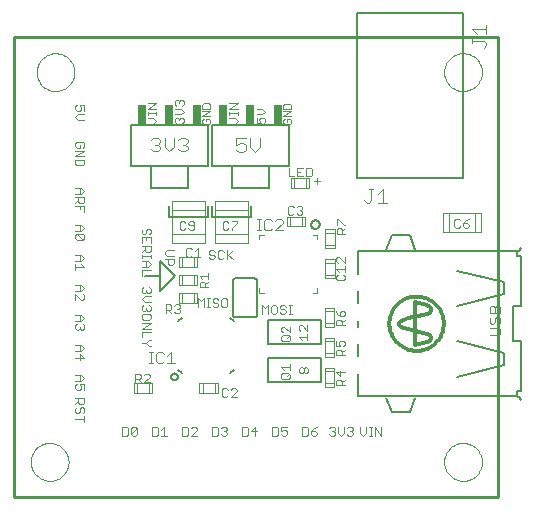
<source format=gto>
G75*
%MOIN*%
%OFA0B0*%
%FSLAX24Y24*%
%IPPOS*%
%LPD*%
%AMOC8*
5,1,8,0,0,1.08239X$1,22.5*
%
%ADD10C,0.0100*%
%ADD11C,0.0030*%
%ADD12C,0.0020*%
%ADD13C,0.0000*%
%ADD14C,0.0040*%
%ADD15C,0.0080*%
%ADD16C,0.0120*%
%ADD17R,0.0079X0.0039*%
%ADD18C,0.0050*%
%ADD19C,0.0060*%
%ADD20C,0.0070*%
%ADD21R,0.0280X0.0689*%
D10*
X000574Y000574D02*
X016715Y000574D01*
X016715Y015928D01*
X000574Y015928D01*
X000574Y000574D01*
X000574Y015928D01*
X016715Y015928D01*
X016715Y000574D01*
X000574Y000574D01*
D11*
X002616Y003188D02*
X002907Y003188D01*
X002907Y003285D02*
X002907Y003091D01*
X002858Y003386D02*
X002907Y003434D01*
X002907Y003531D01*
X002858Y003579D01*
X002810Y003579D01*
X002761Y003531D01*
X002761Y003434D01*
X002713Y003386D01*
X002665Y003386D01*
X002616Y003434D01*
X002616Y003531D01*
X002665Y003579D01*
X002616Y003681D02*
X002713Y003777D01*
X002713Y003729D02*
X002713Y003874D01*
X002616Y003874D02*
X002907Y003874D01*
X002907Y003729D01*
X002858Y003681D01*
X002761Y003681D01*
X002713Y003729D01*
X002665Y004166D02*
X002616Y004214D01*
X002616Y004311D01*
X002665Y004359D01*
X002761Y004359D02*
X002810Y004263D01*
X002810Y004214D01*
X002761Y004166D01*
X002665Y004166D01*
X002761Y004359D02*
X002907Y004359D01*
X002907Y004166D01*
X002810Y004461D02*
X002616Y004461D01*
X002761Y004461D02*
X002761Y004654D01*
X002810Y004654D02*
X002907Y004557D01*
X002810Y004461D01*
X002810Y004654D02*
X002616Y004654D01*
X002761Y005166D02*
X002761Y005359D01*
X002907Y005214D01*
X002616Y005214D01*
X002616Y005461D02*
X002810Y005461D01*
X002907Y005557D01*
X002810Y005654D01*
X002616Y005654D01*
X002761Y005654D02*
X002761Y005461D01*
X002713Y006166D02*
X002665Y006166D01*
X002616Y006214D01*
X002616Y006311D01*
X002665Y006359D01*
X002616Y006461D02*
X002810Y006461D01*
X002907Y006557D01*
X002810Y006654D01*
X002616Y006654D01*
X002761Y006654D02*
X002761Y006461D01*
X002858Y006359D02*
X002907Y006311D01*
X002907Y006214D01*
X002858Y006166D01*
X002810Y006166D01*
X002761Y006214D01*
X002713Y006166D01*
X002761Y006214D02*
X002761Y006263D01*
X002810Y007166D02*
X002858Y007166D01*
X002907Y007214D01*
X002907Y007311D01*
X002858Y007359D01*
X002810Y007461D02*
X002616Y007461D01*
X002616Y007359D02*
X002810Y007166D01*
X002616Y007166D02*
X002616Y007359D01*
X002761Y007461D02*
X002761Y007654D01*
X002810Y007654D02*
X002907Y007557D01*
X002810Y007461D01*
X002810Y007654D02*
X002616Y007654D01*
X002616Y008166D02*
X002616Y008359D01*
X002616Y008263D02*
X002907Y008263D01*
X002810Y008359D01*
X002810Y008461D02*
X002616Y008461D01*
X002761Y008461D02*
X002761Y008654D01*
X002810Y008654D02*
X002907Y008557D01*
X002810Y008461D01*
X002810Y008654D02*
X002616Y008654D01*
X002665Y009166D02*
X002616Y009214D01*
X002616Y009311D01*
X002665Y009359D01*
X002858Y009166D01*
X002665Y009166D01*
X002858Y009166D02*
X002907Y009214D01*
X002907Y009311D01*
X002858Y009359D01*
X002665Y009359D01*
X002616Y009461D02*
X002810Y009461D01*
X002907Y009557D01*
X002810Y009654D01*
X002616Y009654D01*
X002761Y009654D02*
X002761Y009461D01*
X002907Y010091D02*
X002907Y010285D01*
X002616Y010285D01*
X002616Y010386D02*
X002713Y010483D01*
X002713Y010434D02*
X002713Y010579D01*
X002616Y010579D02*
X002907Y010579D01*
X002907Y010434D01*
X002858Y010386D01*
X002761Y010386D01*
X002713Y010434D01*
X002761Y010285D02*
X002761Y010188D01*
X002761Y010681D02*
X002761Y010874D01*
X002810Y010874D02*
X002907Y010777D01*
X002810Y010681D01*
X002616Y010681D01*
X002616Y010874D02*
X002810Y010874D01*
X002858Y011641D02*
X002665Y011641D01*
X002616Y011690D01*
X002616Y011835D01*
X002907Y011835D01*
X002907Y011690D01*
X002858Y011641D01*
X002907Y011936D02*
X002616Y011936D01*
X002907Y012129D01*
X002616Y012129D01*
X002665Y012231D02*
X002761Y012231D01*
X002761Y012327D01*
X002665Y012231D02*
X002616Y012279D01*
X002616Y012376D01*
X002665Y012424D01*
X002858Y012424D01*
X002907Y012376D01*
X002907Y012279D01*
X002858Y012231D01*
X002907Y013166D02*
X002713Y013166D01*
X002616Y013263D01*
X002713Y013359D01*
X002907Y013359D01*
X002907Y013461D02*
X002907Y013654D01*
X002761Y013654D01*
X002810Y013557D01*
X002810Y013509D01*
X002761Y013461D01*
X002665Y013461D01*
X002616Y013509D01*
X002616Y013606D01*
X002665Y013654D01*
X005021Y013716D02*
X005312Y013716D01*
X005021Y013523D01*
X005312Y013523D01*
X005312Y013423D02*
X005312Y013326D01*
X005312Y013375D02*
X005021Y013375D01*
X005021Y013423D02*
X005021Y013326D01*
X005021Y013225D02*
X005215Y013225D01*
X005312Y013128D01*
X005215Y013032D01*
X005021Y013032D01*
X005932Y013090D02*
X005932Y013187D01*
X005980Y013235D01*
X006029Y013235D01*
X006077Y013187D01*
X006125Y013235D01*
X006174Y013235D01*
X006222Y013187D01*
X006222Y013090D01*
X006174Y013042D01*
X006077Y013138D02*
X006077Y013187D01*
X006125Y013336D02*
X005932Y013336D01*
X005932Y013530D02*
X006125Y013530D01*
X006222Y013433D01*
X006125Y013336D01*
X006174Y013631D02*
X006222Y013679D01*
X006222Y013776D01*
X006174Y013824D01*
X006125Y013824D01*
X006077Y013776D01*
X006077Y013728D01*
X006077Y013776D02*
X006029Y013824D01*
X005980Y013824D01*
X005932Y013776D01*
X005932Y013679D01*
X005980Y013631D01*
X005932Y013090D02*
X005980Y013042D01*
X007731Y013032D02*
X007925Y013032D01*
X008022Y013128D01*
X007925Y013225D01*
X007731Y013225D01*
X007731Y013326D02*
X007731Y013423D01*
X007731Y013375D02*
X008022Y013375D01*
X008022Y013423D02*
X008022Y013326D01*
X008022Y013523D02*
X007731Y013523D01*
X008022Y013716D01*
X007731Y013716D01*
X008651Y013530D02*
X008845Y013530D01*
X008942Y013433D01*
X008845Y013336D01*
X008651Y013336D01*
X008651Y013235D02*
X008651Y013042D01*
X008796Y013042D01*
X008748Y013138D01*
X008748Y013187D01*
X008796Y013235D01*
X008893Y013235D01*
X008942Y013187D01*
X008942Y013090D01*
X008893Y013042D01*
X009717Y011565D02*
X009717Y011275D01*
X009910Y011275D01*
X010011Y011275D02*
X010205Y011275D01*
X010306Y011275D02*
X010451Y011275D01*
X010499Y011323D01*
X010499Y011517D01*
X010451Y011565D01*
X010306Y011565D01*
X010306Y011275D01*
X010108Y011420D02*
X010011Y011420D01*
X010011Y011565D02*
X010011Y011275D01*
X010011Y011565D02*
X010205Y011565D01*
X010655Y011203D02*
X010655Y011009D01*
X010558Y011106D02*
X010752Y011106D01*
X010132Y010287D02*
X010035Y010287D01*
X009987Y010239D01*
X009886Y010239D02*
X009837Y010287D01*
X009741Y010287D01*
X009692Y010239D01*
X009692Y010046D01*
X009741Y009997D01*
X009837Y009997D01*
X009886Y010046D01*
X009987Y010046D02*
X010035Y009997D01*
X010132Y009997D01*
X010180Y010046D01*
X010180Y010094D01*
X010132Y010142D01*
X010084Y010142D01*
X010132Y010142D02*
X010180Y010191D01*
X010180Y010239D01*
X010132Y010287D01*
X009528Y009781D02*
X009528Y009719D01*
X009281Y009472D01*
X009528Y009472D01*
X009528Y009781D02*
X009466Y009843D01*
X009343Y009843D01*
X009281Y009781D01*
X009160Y009781D02*
X009098Y009843D01*
X008974Y009843D01*
X008913Y009781D01*
X008913Y009534D01*
X008974Y009472D01*
X009098Y009472D01*
X009160Y009534D01*
X008791Y009472D02*
X008667Y009472D01*
X008729Y009472D02*
X008729Y009843D01*
X008667Y009843D02*
X008791Y009843D01*
X008010Y009782D02*
X008010Y009734D01*
X007817Y009541D01*
X007817Y009492D01*
X007716Y009541D02*
X007667Y009492D01*
X007571Y009492D01*
X007522Y009541D01*
X007522Y009734D01*
X007571Y009782D01*
X007667Y009782D01*
X007716Y009734D01*
X007817Y009782D02*
X008010Y009782D01*
X007850Y008812D02*
X007657Y008619D01*
X007705Y008667D02*
X007850Y008522D01*
X007657Y008522D02*
X007657Y008812D01*
X007555Y008764D02*
X007507Y008812D01*
X007410Y008812D01*
X007362Y008764D01*
X007362Y008571D01*
X007410Y008522D01*
X007507Y008522D01*
X007555Y008571D01*
X007261Y008571D02*
X007261Y008619D01*
X007212Y008667D01*
X007116Y008667D01*
X007067Y008716D01*
X007067Y008764D01*
X007116Y008812D01*
X007212Y008812D01*
X007261Y008764D01*
X007261Y008571D02*
X007212Y008522D01*
X007116Y008522D01*
X007067Y008571D01*
X006780Y008597D02*
X006587Y008597D01*
X006684Y008597D02*
X006684Y008887D01*
X006587Y008791D01*
X006486Y008839D02*
X006437Y008887D01*
X006341Y008887D01*
X006292Y008839D01*
X006292Y008646D01*
X006341Y008597D01*
X006437Y008597D01*
X006486Y008646D01*
X005894Y008621D02*
X005652Y008621D01*
X005604Y008669D01*
X005604Y008766D01*
X005652Y008814D01*
X005894Y008814D01*
X005894Y008519D02*
X005604Y008519D01*
X005701Y008519D02*
X005701Y008374D01*
X005749Y008326D01*
X005846Y008326D01*
X005894Y008374D01*
X005894Y008519D01*
X005124Y008553D02*
X005124Y008650D01*
X005124Y008602D02*
X004834Y008602D01*
X004834Y008650D02*
X004834Y008553D01*
X004834Y008454D02*
X005028Y008454D01*
X005124Y008357D01*
X005028Y008260D01*
X004834Y008260D01*
X004834Y008159D02*
X004834Y007966D01*
X004834Y008159D02*
X005124Y008159D01*
X004979Y008260D02*
X004979Y008454D01*
X004979Y008751D02*
X004931Y008800D01*
X004931Y008945D01*
X004834Y008945D02*
X005124Y008945D01*
X005124Y008800D01*
X005076Y008751D01*
X004979Y008751D01*
X004931Y008848D02*
X004834Y008751D01*
X004834Y009046D02*
X004834Y009239D01*
X005124Y009239D01*
X005124Y009046D01*
X004979Y009143D02*
X004979Y009239D01*
X004931Y009341D02*
X004882Y009341D01*
X004834Y009389D01*
X004834Y009486D01*
X004882Y009534D01*
X004979Y009486D02*
X004979Y009389D01*
X004931Y009341D01*
X005076Y009341D02*
X005124Y009389D01*
X005124Y009486D01*
X005076Y009534D01*
X005028Y009534D01*
X004979Y009486D01*
X006087Y009541D02*
X006136Y009492D01*
X006232Y009492D01*
X006281Y009541D01*
X006382Y009541D02*
X006430Y009492D01*
X006527Y009492D01*
X006575Y009541D01*
X006575Y009734D01*
X006527Y009782D01*
X006430Y009782D01*
X006382Y009734D01*
X006382Y009686D01*
X006430Y009637D01*
X006575Y009637D01*
X006281Y009734D02*
X006232Y009782D01*
X006136Y009782D01*
X006087Y009734D01*
X006087Y009541D01*
X006752Y007964D02*
X007042Y007964D01*
X007042Y008060D02*
X007042Y007867D01*
X007042Y007766D02*
X006945Y007669D01*
X006945Y007717D02*
X006945Y007572D01*
X007042Y007572D02*
X006752Y007572D01*
X006752Y007717D01*
X006800Y007766D01*
X006897Y007766D01*
X006945Y007717D01*
X006849Y007867D02*
X006752Y007964D01*
X006692Y007207D02*
X006789Y007111D01*
X006886Y007207D01*
X006886Y006917D01*
X006987Y006917D02*
X007084Y006917D01*
X007035Y006917D02*
X007035Y007207D01*
X006987Y007207D02*
X007084Y007207D01*
X007183Y007159D02*
X007183Y007111D01*
X007232Y007062D01*
X007328Y007062D01*
X007377Y007014D01*
X007377Y006966D01*
X007328Y006917D01*
X007232Y006917D01*
X007183Y006966D01*
X007183Y007159D02*
X007232Y007207D01*
X007328Y007207D01*
X007377Y007159D01*
X007478Y007159D02*
X007478Y006966D01*
X007526Y006917D01*
X007623Y006917D01*
X007671Y006966D01*
X007671Y007159D01*
X007623Y007207D01*
X007526Y007207D01*
X007478Y007159D01*
X006692Y007207D02*
X006692Y006917D01*
X006105Y006906D02*
X006057Y006857D01*
X006105Y006809D01*
X006105Y006761D01*
X006057Y006712D01*
X005960Y006712D01*
X005912Y006761D01*
X005811Y006712D02*
X005714Y006809D01*
X005762Y006809D02*
X005617Y006809D01*
X005617Y006712D02*
X005617Y007002D01*
X005762Y007002D01*
X005811Y006954D01*
X005811Y006857D01*
X005762Y006809D01*
X005912Y006954D02*
X005960Y007002D01*
X006057Y007002D01*
X006105Y006954D01*
X006105Y006906D01*
X006057Y006857D02*
X006009Y006857D01*
X005124Y006835D02*
X005076Y006787D01*
X005028Y006787D01*
X004979Y006835D01*
X004931Y006787D01*
X004882Y006787D01*
X004834Y006835D01*
X004834Y006932D01*
X004882Y006980D01*
X004931Y007082D02*
X004834Y007178D01*
X004931Y007275D01*
X005124Y007275D01*
X005076Y007376D02*
X005028Y007376D01*
X004979Y007425D01*
X004931Y007376D01*
X004882Y007376D01*
X004834Y007425D01*
X004834Y007521D01*
X004882Y007570D01*
X004979Y007473D02*
X004979Y007425D01*
X005076Y007376D02*
X005124Y007425D01*
X005124Y007521D01*
X005076Y007570D01*
X005124Y007082D02*
X004931Y007082D01*
X005076Y006980D02*
X005124Y006932D01*
X005124Y006835D01*
X004979Y006835D02*
X004979Y006884D01*
X004882Y006686D02*
X004834Y006637D01*
X004834Y006541D01*
X004882Y006492D01*
X005076Y006492D01*
X005124Y006541D01*
X005124Y006637D01*
X005076Y006686D01*
X004882Y006686D01*
X004834Y006391D02*
X005124Y006391D01*
X004834Y006198D01*
X005124Y006198D01*
X005124Y006096D02*
X004834Y006096D01*
X004834Y005903D01*
X004834Y005705D02*
X004979Y005705D01*
X005076Y005608D01*
X005124Y005608D01*
X004979Y005705D02*
X005076Y005802D01*
X005124Y005802D01*
X005129Y005418D02*
X005129Y005047D01*
X005067Y005047D02*
X005191Y005047D01*
X005313Y005109D02*
X005374Y005047D01*
X005498Y005047D01*
X005560Y005109D01*
X005681Y005047D02*
X005928Y005047D01*
X005805Y005047D02*
X005805Y005418D01*
X005681Y005294D01*
X005560Y005356D02*
X005498Y005418D01*
X005374Y005418D01*
X005313Y005356D01*
X005313Y005109D01*
X005191Y005418D02*
X005067Y005418D01*
X005042Y004697D02*
X004945Y004697D01*
X004897Y004649D01*
X004796Y004649D02*
X004796Y004552D01*
X004747Y004504D01*
X004602Y004504D01*
X004602Y004407D02*
X004602Y004697D01*
X004747Y004697D01*
X004796Y004649D01*
X004699Y004504D02*
X004796Y004407D01*
X004897Y004407D02*
X005090Y004601D01*
X005090Y004649D01*
X005042Y004697D01*
X005090Y004407D02*
X004897Y004407D01*
X005174Y002918D02*
X005319Y002918D01*
X005368Y002870D01*
X005368Y002676D01*
X005319Y002628D01*
X005174Y002628D01*
X005174Y002918D01*
X005469Y002822D02*
X005565Y002918D01*
X005565Y002628D01*
X005469Y002628D02*
X005662Y002628D01*
X006174Y002628D02*
X006319Y002628D01*
X006368Y002676D01*
X006368Y002870D01*
X006319Y002918D01*
X006174Y002918D01*
X006174Y002628D01*
X006469Y002628D02*
X006662Y002822D01*
X006662Y002870D01*
X006614Y002918D01*
X006517Y002918D01*
X006469Y002870D01*
X006469Y002628D02*
X006662Y002628D01*
X007174Y002628D02*
X007174Y002918D01*
X007319Y002918D01*
X007368Y002870D01*
X007368Y002676D01*
X007319Y002628D01*
X007174Y002628D01*
X007469Y002676D02*
X007517Y002628D01*
X007614Y002628D01*
X007662Y002676D01*
X007662Y002725D01*
X007614Y002773D01*
X007565Y002773D01*
X007614Y002773D02*
X007662Y002822D01*
X007662Y002870D01*
X007614Y002918D01*
X007517Y002918D01*
X007469Y002870D01*
X008174Y002918D02*
X008174Y002628D01*
X008319Y002628D01*
X008368Y002676D01*
X008368Y002870D01*
X008319Y002918D01*
X008174Y002918D01*
X008469Y002773D02*
X008662Y002773D01*
X008614Y002628D02*
X008614Y002918D01*
X008469Y002773D01*
X009174Y002628D02*
X009319Y002628D01*
X009368Y002676D01*
X009368Y002870D01*
X009319Y002918D01*
X009174Y002918D01*
X009174Y002628D01*
X009469Y002676D02*
X009517Y002628D01*
X009614Y002628D01*
X009662Y002676D01*
X009662Y002773D01*
X009614Y002822D01*
X009565Y002822D01*
X009469Y002773D01*
X009469Y002918D01*
X009662Y002918D01*
X010174Y002918D02*
X010174Y002628D01*
X010319Y002628D01*
X010368Y002676D01*
X010368Y002870D01*
X010319Y002918D01*
X010174Y002918D01*
X010469Y002773D02*
X010469Y002676D01*
X010517Y002628D01*
X010614Y002628D01*
X010662Y002676D01*
X010662Y002725D01*
X010614Y002773D01*
X010469Y002773D01*
X010565Y002870D01*
X010662Y002918D01*
X011074Y002870D02*
X011122Y002918D01*
X011219Y002918D01*
X011268Y002870D01*
X011268Y002822D01*
X011219Y002773D01*
X011268Y002725D01*
X011268Y002676D01*
X011219Y002628D01*
X011122Y002628D01*
X011074Y002676D01*
X011171Y002773D02*
X011219Y002773D01*
X011369Y002725D02*
X011465Y002628D01*
X011562Y002725D01*
X011562Y002918D01*
X011663Y002870D02*
X011712Y002918D01*
X011808Y002918D01*
X011857Y002870D01*
X011857Y002822D01*
X011808Y002773D01*
X011857Y002725D01*
X011857Y002676D01*
X011808Y002628D01*
X011712Y002628D01*
X011663Y002676D01*
X011760Y002773D02*
X011808Y002773D01*
X012113Y002725D02*
X012210Y002628D01*
X012307Y002725D01*
X012307Y002918D01*
X012408Y002918D02*
X012505Y002918D01*
X012456Y002918D02*
X012456Y002628D01*
X012408Y002628D02*
X012505Y002628D01*
X012605Y002628D02*
X012605Y002918D01*
X012798Y002628D01*
X012798Y002918D01*
X012113Y002918D02*
X012113Y002725D01*
X011369Y002725D02*
X011369Y002918D01*
X011297Y004307D02*
X011297Y004452D01*
X011345Y004501D01*
X011442Y004501D01*
X011490Y004452D01*
X011490Y004307D01*
X011490Y004404D02*
X011587Y004501D01*
X011442Y004602D02*
X011442Y004795D01*
X011297Y004747D02*
X011442Y004602D01*
X011587Y004747D02*
X011297Y004747D01*
X011297Y004307D02*
X011587Y004307D01*
X011587Y005307D02*
X011297Y005307D01*
X011297Y005452D01*
X011345Y005501D01*
X011442Y005501D01*
X011490Y005452D01*
X011490Y005307D01*
X011490Y005404D02*
X011587Y005501D01*
X011539Y005602D02*
X011587Y005650D01*
X011587Y005747D01*
X011539Y005795D01*
X011442Y005795D01*
X011394Y005747D01*
X011394Y005699D01*
X011442Y005602D01*
X011297Y005602D01*
X011297Y005795D01*
X011297Y006307D02*
X011297Y006452D01*
X011345Y006501D01*
X011442Y006501D01*
X011490Y006452D01*
X011490Y006307D01*
X011490Y006404D02*
X011587Y006501D01*
X011539Y006602D02*
X011442Y006602D01*
X011442Y006747D01*
X011490Y006795D01*
X011539Y006795D01*
X011587Y006747D01*
X011587Y006650D01*
X011539Y006602D01*
X011442Y006602D02*
X011345Y006699D01*
X011297Y006795D01*
X011297Y006307D02*
X011587Y006307D01*
X010347Y006320D02*
X010347Y006127D01*
X010154Y006320D01*
X010105Y006320D01*
X010057Y006272D01*
X010057Y006175D01*
X010105Y006127D01*
X010057Y005929D02*
X010347Y005929D01*
X010347Y005832D02*
X010347Y006026D01*
X010154Y005832D02*
X010057Y005929D01*
X009767Y005922D02*
X009767Y005826D01*
X009719Y005777D01*
X009525Y005777D01*
X009477Y005826D01*
X009477Y005922D01*
X009525Y005971D01*
X009719Y005971D01*
X009767Y005922D01*
X009767Y005971D02*
X009670Y005874D01*
X009767Y006072D02*
X009574Y006265D01*
X009525Y006265D01*
X009477Y006217D01*
X009477Y006120D01*
X009525Y006072D01*
X009767Y006072D02*
X009767Y006265D01*
X009775Y006692D02*
X009775Y006982D01*
X009823Y006982D02*
X009726Y006982D01*
X009625Y006934D02*
X009577Y006982D01*
X009480Y006982D01*
X009432Y006934D01*
X009432Y006886D01*
X009480Y006837D01*
X009577Y006837D01*
X009625Y006789D01*
X009625Y006741D01*
X009577Y006692D01*
X009480Y006692D01*
X009432Y006741D01*
X009330Y006741D02*
X009282Y006692D01*
X009185Y006692D01*
X009137Y006741D01*
X009137Y006934D01*
X009185Y006982D01*
X009282Y006982D01*
X009330Y006934D01*
X009330Y006741D01*
X009036Y006692D02*
X009036Y006982D01*
X008939Y006886D01*
X008842Y006982D01*
X008842Y006692D01*
X009726Y006692D02*
X009823Y006692D01*
X011307Y007851D02*
X011307Y007947D01*
X011355Y007996D01*
X011404Y008097D02*
X011307Y008194D01*
X011597Y008194D01*
X011597Y008290D02*
X011597Y008097D01*
X011549Y007996D02*
X011597Y007947D01*
X011597Y007851D01*
X011549Y007802D01*
X011355Y007802D01*
X011307Y007851D01*
X011355Y008392D02*
X011307Y008440D01*
X011307Y008537D01*
X011355Y008585D01*
X011404Y008585D01*
X011597Y008392D01*
X011597Y008585D01*
X011607Y009352D02*
X011317Y009352D01*
X011317Y009497D01*
X011365Y009546D01*
X011462Y009546D01*
X011510Y009497D01*
X011510Y009352D01*
X011510Y009449D02*
X011607Y009546D01*
X011607Y009647D02*
X011559Y009647D01*
X011365Y009840D01*
X011317Y009840D01*
X011317Y009647D01*
X015242Y009611D02*
X015291Y009562D01*
X015387Y009562D01*
X015436Y009611D01*
X015537Y009611D02*
X015585Y009562D01*
X015682Y009562D01*
X015730Y009611D01*
X015730Y009659D01*
X015682Y009707D01*
X015537Y009707D01*
X015537Y009611D01*
X015537Y009707D02*
X015634Y009804D01*
X015730Y009852D01*
X015436Y009804D02*
X015387Y009852D01*
X015291Y009852D01*
X015242Y009804D01*
X015242Y009611D01*
X010314Y004911D02*
X010362Y004862D01*
X010362Y004766D01*
X010314Y004717D01*
X010265Y004717D01*
X010217Y004766D01*
X010217Y004862D01*
X010265Y004911D01*
X010314Y004911D01*
X010217Y004862D02*
X010169Y004911D01*
X010120Y004911D01*
X010072Y004862D01*
X010072Y004766D01*
X010120Y004717D01*
X010169Y004717D01*
X010217Y004766D01*
X009752Y004812D02*
X009752Y005005D01*
X009752Y004909D02*
X009462Y004909D01*
X009559Y004812D01*
X009510Y004711D02*
X009704Y004711D01*
X009752Y004662D01*
X009752Y004566D01*
X009704Y004517D01*
X009510Y004517D01*
X009462Y004566D01*
X009462Y004662D01*
X009510Y004711D01*
X009655Y004614D02*
X009752Y004711D01*
X007985Y004164D02*
X007937Y004212D01*
X007840Y004212D01*
X007792Y004164D01*
X007691Y004164D02*
X007642Y004212D01*
X007546Y004212D01*
X007497Y004164D01*
X007497Y003971D01*
X007546Y003922D01*
X007642Y003922D01*
X007691Y003971D01*
X007792Y003922D02*
X007985Y004116D01*
X007985Y004164D01*
X007985Y003922D02*
X007792Y003922D01*
X004662Y002870D02*
X004662Y002676D01*
X004614Y002628D01*
X004517Y002628D01*
X004469Y002676D01*
X004662Y002870D01*
X004614Y002918D01*
X004517Y002918D01*
X004469Y002870D01*
X004469Y002676D01*
X004368Y002676D02*
X004368Y002870D01*
X004319Y002918D01*
X004174Y002918D01*
X004174Y002628D01*
X004319Y002628D01*
X004368Y002676D01*
D12*
X006885Y013025D02*
X007055Y013025D01*
X007098Y013068D01*
X007098Y013153D01*
X007055Y013196D01*
X006970Y013196D01*
X006970Y013111D01*
X006885Y013196D02*
X006842Y013153D01*
X006842Y013068D01*
X006885Y013025D01*
X006842Y013279D02*
X007098Y013450D01*
X006842Y013450D01*
X006842Y013533D02*
X006842Y013661D01*
X006885Y013703D01*
X007055Y013703D01*
X007098Y013661D01*
X007098Y013533D01*
X006842Y013533D01*
X006842Y013279D02*
X007098Y013279D01*
X009549Y013269D02*
X009804Y013440D01*
X009549Y013440D01*
X009549Y013523D02*
X009549Y013651D01*
X009591Y013693D01*
X009762Y013693D01*
X009804Y013651D01*
X009804Y013523D01*
X009549Y013523D01*
X009549Y013269D02*
X009804Y013269D01*
X009762Y013186D02*
X009676Y013186D01*
X009676Y013101D01*
X009591Y013186D02*
X009549Y013143D01*
X009549Y013058D01*
X009591Y013015D01*
X009762Y013015D01*
X009804Y013058D01*
X009804Y013143D01*
X009762Y013186D01*
D13*
X009784Y011213D02*
X009784Y010898D01*
X009902Y010898D01*
X009902Y011213D01*
X009784Y011213D01*
X009902Y011213D02*
X010296Y011213D01*
X010296Y010898D01*
X010414Y010898D01*
X010414Y011213D01*
X010296Y011213D01*
X010296Y010898D02*
X009902Y010898D01*
X009770Y009925D02*
X009652Y009925D01*
X009652Y009610D01*
X009770Y009610D01*
X009770Y009925D01*
X010164Y009925D01*
X010164Y009610D01*
X010282Y009610D01*
X010282Y009925D01*
X010164Y009925D01*
X010164Y009610D02*
X009770Y009610D01*
X010945Y009502D02*
X010945Y009384D01*
X011260Y009384D01*
X011260Y009502D01*
X010945Y009502D01*
X010945Y009384D02*
X010945Y008990D01*
X011260Y008990D01*
X011260Y009384D01*
X011260Y008990D02*
X011260Y008872D01*
X010945Y008872D01*
X010945Y008990D01*
X010945Y008502D02*
X011260Y008502D01*
X011260Y008384D01*
X010945Y008384D01*
X010945Y007990D01*
X011260Y007990D01*
X011260Y008384D01*
X010945Y008384D02*
X010945Y008502D01*
X010945Y007990D02*
X010945Y007872D01*
X011260Y007872D01*
X011260Y007990D01*
X011240Y006892D02*
X010925Y006892D01*
X010925Y006774D01*
X011240Y006774D01*
X011240Y006892D01*
X011240Y006774D02*
X011240Y006380D01*
X010925Y006380D01*
X010925Y006262D01*
X011240Y006262D01*
X011240Y006380D01*
X010925Y006380D02*
X010925Y006774D01*
X010925Y005892D02*
X011240Y005892D01*
X011240Y005774D01*
X010925Y005774D01*
X010925Y005380D01*
X011240Y005380D01*
X011240Y005774D01*
X010925Y005774D02*
X010925Y005892D01*
X010925Y005380D02*
X010925Y005262D01*
X011240Y005262D01*
X011240Y005380D01*
X011240Y004892D02*
X010925Y004892D01*
X010925Y004774D01*
X011240Y004774D01*
X011240Y004892D01*
X011240Y004774D02*
X011240Y004380D01*
X010925Y004380D01*
X010925Y004262D01*
X011240Y004262D01*
X011240Y004380D01*
X010925Y004380D02*
X010925Y004774D01*
X007372Y004370D02*
X007372Y004055D01*
X007254Y004055D01*
X007254Y004370D01*
X006860Y004370D01*
X006860Y004055D01*
X007254Y004055D01*
X007254Y004370D02*
X007372Y004370D01*
X006860Y004370D02*
X006742Y004370D01*
X006742Y004055D01*
X006860Y004055D01*
X005182Y004055D02*
X005182Y004370D01*
X005064Y004370D01*
X005064Y004055D01*
X005182Y004055D01*
X005064Y004055D02*
X004670Y004055D01*
X004670Y004370D01*
X004552Y004370D01*
X004552Y004055D01*
X004670Y004055D01*
X004670Y004370D02*
X005064Y004370D01*
X006052Y007065D02*
X006170Y007065D01*
X006170Y007380D01*
X006052Y007380D01*
X006052Y007065D01*
X006170Y007065D02*
X006564Y007065D01*
X006564Y007380D01*
X006170Y007380D01*
X006170Y007665D02*
X006052Y007665D01*
X006052Y007980D01*
X006170Y007980D01*
X006170Y007665D01*
X006564Y007665D01*
X006564Y007980D01*
X006170Y007980D01*
X006170Y008265D02*
X006052Y008265D01*
X006052Y008580D01*
X006170Y008580D01*
X006170Y008265D01*
X006564Y008265D01*
X006564Y008580D01*
X006170Y008580D01*
X006564Y008580D02*
X006682Y008580D01*
X006682Y008265D01*
X006564Y008265D01*
X006564Y007980D02*
X006682Y007980D01*
X006682Y007665D01*
X006564Y007665D01*
X006564Y007380D02*
X006682Y007380D01*
X006682Y007065D01*
X006564Y007065D01*
X006930Y009066D02*
X005827Y009066D01*
X005827Y009342D01*
X006930Y009342D01*
X006930Y010168D01*
X005827Y010168D01*
X005827Y009342D01*
X005827Y010168D02*
X005827Y010444D01*
X006930Y010444D01*
X006930Y010168D01*
X007261Y010167D02*
X008364Y010167D01*
X008364Y010443D01*
X007261Y010443D01*
X007261Y010167D01*
X007261Y009340D01*
X008364Y009340D01*
X008364Y010167D01*
X008364Y009340D02*
X008364Y009065D01*
X007261Y009065D01*
X007261Y009340D01*
X006930Y009342D02*
X006930Y009066D01*
X001322Y014747D02*
X001324Y014797D01*
X001330Y014847D01*
X001340Y014896D01*
X001354Y014944D01*
X001371Y014991D01*
X001392Y015036D01*
X001417Y015080D01*
X001445Y015121D01*
X001477Y015160D01*
X001511Y015197D01*
X001548Y015231D01*
X001588Y015261D01*
X001630Y015288D01*
X001674Y015312D01*
X001720Y015333D01*
X001767Y015349D01*
X001815Y015362D01*
X001865Y015371D01*
X001914Y015376D01*
X001965Y015377D01*
X002015Y015374D01*
X002064Y015367D01*
X002113Y015356D01*
X002161Y015341D01*
X002207Y015323D01*
X002252Y015301D01*
X002295Y015275D01*
X002336Y015246D01*
X002375Y015214D01*
X002411Y015179D01*
X002443Y015141D01*
X002473Y015101D01*
X002500Y015058D01*
X002523Y015014D01*
X002542Y014968D01*
X002558Y014920D01*
X002570Y014871D01*
X002578Y014822D01*
X002582Y014772D01*
X002582Y014722D01*
X002578Y014672D01*
X002570Y014623D01*
X002558Y014574D01*
X002542Y014526D01*
X002523Y014480D01*
X002500Y014436D01*
X002473Y014393D01*
X002443Y014353D01*
X002411Y014315D01*
X002375Y014280D01*
X002336Y014248D01*
X002295Y014219D01*
X002252Y014193D01*
X002207Y014171D01*
X002161Y014153D01*
X002113Y014138D01*
X002064Y014127D01*
X002015Y014120D01*
X001965Y014117D01*
X001914Y014118D01*
X001865Y014123D01*
X001815Y014132D01*
X001767Y014145D01*
X001720Y014161D01*
X001674Y014182D01*
X001630Y014206D01*
X001588Y014233D01*
X001548Y014263D01*
X001511Y014297D01*
X001477Y014334D01*
X001445Y014373D01*
X001417Y014414D01*
X001392Y014458D01*
X001371Y014503D01*
X001354Y014550D01*
X001340Y014598D01*
X001330Y014647D01*
X001324Y014697D01*
X001322Y014747D01*
X014872Y010048D02*
X014872Y009418D01*
X015069Y009418D01*
X015069Y010048D01*
X014872Y010048D01*
X015069Y010048D02*
X015935Y010048D01*
X015935Y009418D01*
X016132Y009418D01*
X016132Y010048D01*
X015935Y010048D01*
X015935Y009418D02*
X015069Y009418D01*
X014904Y014747D02*
X014906Y014797D01*
X014912Y014847D01*
X014922Y014896D01*
X014936Y014944D01*
X014953Y014991D01*
X014974Y015036D01*
X014999Y015080D01*
X015027Y015121D01*
X015059Y015160D01*
X015093Y015197D01*
X015130Y015231D01*
X015170Y015261D01*
X015212Y015288D01*
X015256Y015312D01*
X015302Y015333D01*
X015349Y015349D01*
X015397Y015362D01*
X015447Y015371D01*
X015496Y015376D01*
X015547Y015377D01*
X015597Y015374D01*
X015646Y015367D01*
X015695Y015356D01*
X015743Y015341D01*
X015789Y015323D01*
X015834Y015301D01*
X015877Y015275D01*
X015918Y015246D01*
X015957Y015214D01*
X015993Y015179D01*
X016025Y015141D01*
X016055Y015101D01*
X016082Y015058D01*
X016105Y015014D01*
X016124Y014968D01*
X016140Y014920D01*
X016152Y014871D01*
X016160Y014822D01*
X016164Y014772D01*
X016164Y014722D01*
X016160Y014672D01*
X016152Y014623D01*
X016140Y014574D01*
X016124Y014526D01*
X016105Y014480D01*
X016082Y014436D01*
X016055Y014393D01*
X016025Y014353D01*
X015993Y014315D01*
X015957Y014280D01*
X015918Y014248D01*
X015877Y014219D01*
X015834Y014193D01*
X015789Y014171D01*
X015743Y014153D01*
X015695Y014138D01*
X015646Y014127D01*
X015597Y014120D01*
X015547Y014117D01*
X015496Y014118D01*
X015447Y014123D01*
X015397Y014132D01*
X015349Y014145D01*
X015302Y014161D01*
X015256Y014182D01*
X015212Y014206D01*
X015170Y014233D01*
X015130Y014263D01*
X015093Y014297D01*
X015059Y014334D01*
X015027Y014373D01*
X014999Y014414D01*
X014974Y014458D01*
X014953Y014503D01*
X014936Y014550D01*
X014922Y014598D01*
X014912Y014647D01*
X014906Y014697D01*
X014904Y014747D01*
X014904Y001755D02*
X014906Y001805D01*
X014912Y001855D01*
X014922Y001904D01*
X014936Y001952D01*
X014953Y001999D01*
X014974Y002044D01*
X014999Y002088D01*
X015027Y002129D01*
X015059Y002168D01*
X015093Y002205D01*
X015130Y002239D01*
X015170Y002269D01*
X015212Y002296D01*
X015256Y002320D01*
X015302Y002341D01*
X015349Y002357D01*
X015397Y002370D01*
X015447Y002379D01*
X015496Y002384D01*
X015547Y002385D01*
X015597Y002382D01*
X015646Y002375D01*
X015695Y002364D01*
X015743Y002349D01*
X015789Y002331D01*
X015834Y002309D01*
X015877Y002283D01*
X015918Y002254D01*
X015957Y002222D01*
X015993Y002187D01*
X016025Y002149D01*
X016055Y002109D01*
X016082Y002066D01*
X016105Y002022D01*
X016124Y001976D01*
X016140Y001928D01*
X016152Y001879D01*
X016160Y001830D01*
X016164Y001780D01*
X016164Y001730D01*
X016160Y001680D01*
X016152Y001631D01*
X016140Y001582D01*
X016124Y001534D01*
X016105Y001488D01*
X016082Y001444D01*
X016055Y001401D01*
X016025Y001361D01*
X015993Y001323D01*
X015957Y001288D01*
X015918Y001256D01*
X015877Y001227D01*
X015834Y001201D01*
X015789Y001179D01*
X015743Y001161D01*
X015695Y001146D01*
X015646Y001135D01*
X015597Y001128D01*
X015547Y001125D01*
X015496Y001126D01*
X015447Y001131D01*
X015397Y001140D01*
X015349Y001153D01*
X015302Y001169D01*
X015256Y001190D01*
X015212Y001214D01*
X015170Y001241D01*
X015130Y001271D01*
X015093Y001305D01*
X015059Y001342D01*
X015027Y001381D01*
X014999Y001422D01*
X014974Y001466D01*
X014953Y001511D01*
X014936Y001558D01*
X014922Y001606D01*
X014912Y001655D01*
X014906Y001705D01*
X014904Y001755D01*
X001125Y001755D02*
X001127Y001805D01*
X001133Y001855D01*
X001143Y001904D01*
X001157Y001952D01*
X001174Y001999D01*
X001195Y002044D01*
X001220Y002088D01*
X001248Y002129D01*
X001280Y002168D01*
X001314Y002205D01*
X001351Y002239D01*
X001391Y002269D01*
X001433Y002296D01*
X001477Y002320D01*
X001523Y002341D01*
X001570Y002357D01*
X001618Y002370D01*
X001668Y002379D01*
X001717Y002384D01*
X001768Y002385D01*
X001818Y002382D01*
X001867Y002375D01*
X001916Y002364D01*
X001964Y002349D01*
X002010Y002331D01*
X002055Y002309D01*
X002098Y002283D01*
X002139Y002254D01*
X002178Y002222D01*
X002214Y002187D01*
X002246Y002149D01*
X002276Y002109D01*
X002303Y002066D01*
X002326Y002022D01*
X002345Y001976D01*
X002361Y001928D01*
X002373Y001879D01*
X002381Y001830D01*
X002385Y001780D01*
X002385Y001730D01*
X002381Y001680D01*
X002373Y001631D01*
X002361Y001582D01*
X002345Y001534D01*
X002326Y001488D01*
X002303Y001444D01*
X002276Y001401D01*
X002246Y001361D01*
X002214Y001323D01*
X002178Y001288D01*
X002139Y001256D01*
X002098Y001227D01*
X002055Y001201D01*
X002010Y001179D01*
X001964Y001161D01*
X001916Y001146D01*
X001867Y001135D01*
X001818Y001128D01*
X001768Y001125D01*
X001717Y001126D01*
X001668Y001131D01*
X001618Y001140D01*
X001570Y001153D01*
X001523Y001169D01*
X001477Y001190D01*
X001433Y001214D01*
X001391Y001241D01*
X001351Y001271D01*
X001314Y001305D01*
X001280Y001342D01*
X001248Y001381D01*
X001220Y001422D01*
X001195Y001466D01*
X001174Y001511D01*
X001157Y001558D01*
X001143Y001606D01*
X001133Y001655D01*
X001127Y001705D01*
X001125Y001755D01*
D14*
X008746Y007401D02*
X008746Y007559D01*
X008746Y007401D02*
X008904Y007401D01*
X010518Y007401D02*
X010675Y007401D01*
X010675Y007559D01*
X010675Y009173D02*
X010675Y009330D01*
X010518Y009330D01*
X008904Y009330D02*
X008746Y009330D01*
X008746Y009173D01*
X008596Y012087D02*
X008750Y012241D01*
X008750Y012548D01*
X008443Y012548D02*
X008443Y012241D01*
X008596Y012087D01*
X008289Y012164D02*
X008212Y012087D01*
X008059Y012087D01*
X007982Y012164D01*
X007982Y012317D02*
X008136Y012394D01*
X008212Y012394D01*
X008289Y012317D01*
X008289Y012164D01*
X007982Y012317D02*
X007982Y012548D01*
X008289Y012548D01*
X006355Y012486D02*
X006355Y012409D01*
X006278Y012332D01*
X006355Y012256D01*
X006355Y012179D01*
X006278Y012102D01*
X006125Y012102D01*
X006048Y012179D01*
X005895Y012256D02*
X005895Y012563D01*
X006048Y012486D02*
X006125Y012563D01*
X006278Y012563D01*
X006355Y012486D01*
X006278Y012332D02*
X006201Y012332D01*
X005895Y012256D02*
X005741Y012102D01*
X005588Y012256D01*
X005588Y012563D01*
X005434Y012486D02*
X005434Y012409D01*
X005357Y012332D01*
X005434Y012256D01*
X005434Y012179D01*
X005357Y012102D01*
X005204Y012102D01*
X005127Y012179D01*
X005281Y012332D02*
X005357Y012332D01*
X005434Y012486D02*
X005357Y012563D01*
X005204Y012563D01*
X005127Y012486D01*
X012242Y010469D02*
X012319Y010392D01*
X012396Y010392D01*
X012472Y010469D01*
X012472Y010853D01*
X012396Y010853D02*
X012549Y010853D01*
X012703Y010699D02*
X012856Y010853D01*
X012856Y010392D01*
X012703Y010392D02*
X013010Y010392D01*
X016481Y006964D02*
X016541Y006964D01*
X016601Y006904D01*
X016601Y006724D01*
X016661Y006596D02*
X016721Y006596D01*
X016781Y006536D01*
X016781Y006416D01*
X016721Y006355D01*
X016721Y006227D02*
X016421Y006227D01*
X016481Y006355D02*
X016541Y006355D01*
X016601Y006416D01*
X016601Y006536D01*
X016661Y006596D01*
X016781Y006724D02*
X016781Y006904D01*
X016721Y006964D01*
X016661Y006964D01*
X016601Y006904D01*
X016481Y006964D02*
X016421Y006904D01*
X016421Y006724D01*
X016781Y006724D01*
X016481Y006596D02*
X016421Y006536D01*
X016421Y006416D01*
X016481Y006355D01*
X016721Y006227D02*
X016781Y006167D01*
X016781Y006047D01*
X016721Y005987D01*
X016421Y005987D01*
X016233Y015563D02*
X016310Y015639D01*
X016310Y015716D01*
X016233Y015793D01*
X015849Y015793D01*
X015849Y015716D02*
X015849Y015870D01*
X016003Y016023D02*
X015849Y016177D01*
X016310Y016177D01*
X016310Y016330D02*
X016310Y016023D01*
D15*
X013750Y009314D02*
X013160Y009314D01*
X012963Y008821D01*
X013750Y009314D02*
X013947Y008821D01*
X015325Y008133D02*
X016900Y007739D01*
X016900Y007345D01*
X015325Y006951D01*
X015325Y005770D02*
X016900Y005377D01*
X016900Y004983D01*
X015325Y004589D01*
X013947Y003900D02*
X013750Y003408D01*
X013160Y003408D01*
X012963Y003900D01*
X012018Y003940D02*
X012018Y004688D01*
X012018Y005278D02*
X012018Y005672D01*
X012018Y006262D02*
X012018Y006459D01*
X012018Y007050D02*
X012018Y007444D01*
X012018Y008034D02*
X012018Y008782D01*
X017333Y008782D01*
X017333Y008605D01*
X017451Y008605D01*
X017451Y006951D01*
X017215Y006951D01*
X017215Y005770D01*
X017451Y005770D01*
X017451Y004117D01*
X017333Y004117D01*
X017333Y003940D01*
X012018Y003940D01*
X017333Y003939D02*
X017353Y003937D01*
X017373Y003932D01*
X017392Y003923D01*
X017409Y003911D01*
X017423Y003897D01*
X017435Y003880D01*
X017444Y003861D01*
X017449Y003841D01*
X017451Y003821D01*
X017333Y008782D02*
X017353Y008784D01*
X017373Y008789D01*
X017392Y008798D01*
X017409Y008810D01*
X017423Y008824D01*
X017435Y008841D01*
X017444Y008860D01*
X017449Y008880D01*
X017451Y008900D01*
D16*
X014479Y006873D02*
X014479Y006794D01*
X014419Y006735D01*
X014341Y006696D01*
X014203Y006656D01*
X013691Y006538D01*
X013553Y006499D01*
X013475Y006459D01*
X013416Y006400D01*
X013416Y006321D01*
X013475Y006262D01*
X013553Y006223D01*
X013691Y006184D01*
X014203Y006066D01*
X014341Y006026D01*
X014419Y005987D01*
X014479Y005928D01*
X014479Y005849D01*
X014419Y005790D01*
X014341Y005751D01*
X014203Y005711D01*
X013947Y005652D01*
X013947Y005672D02*
X013947Y007050D01*
X013947Y007070D02*
X014203Y007010D01*
X014341Y006971D01*
X014419Y006932D01*
X014479Y006873D01*
X013080Y006361D02*
X013082Y006421D01*
X013088Y006480D01*
X013098Y006540D01*
X013112Y006598D01*
X013129Y006655D01*
X013150Y006711D01*
X013175Y006766D01*
X013204Y006818D01*
X013236Y006869D01*
X013271Y006917D01*
X013309Y006964D01*
X013351Y007007D01*
X013395Y007047D01*
X013441Y007085D01*
X013490Y007119D01*
X013542Y007151D01*
X013595Y007178D01*
X013650Y007202D01*
X013706Y007223D01*
X013764Y007239D01*
X013822Y007252D01*
X013881Y007261D01*
X013941Y007266D01*
X014001Y007267D01*
X014061Y007264D01*
X014120Y007257D01*
X014179Y007246D01*
X014237Y007231D01*
X014294Y007213D01*
X014350Y007191D01*
X014404Y007165D01*
X014456Y007135D01*
X014506Y007103D01*
X014554Y007067D01*
X014600Y007028D01*
X014642Y006986D01*
X014682Y006941D01*
X014719Y006894D01*
X014753Y006844D01*
X014783Y006792D01*
X014810Y006739D01*
X014833Y006683D01*
X014852Y006627D01*
X014868Y006569D01*
X014880Y006510D01*
X014888Y006451D01*
X014892Y006391D01*
X014892Y006331D01*
X014888Y006271D01*
X014880Y006212D01*
X014868Y006153D01*
X014852Y006095D01*
X014833Y006039D01*
X014810Y005983D01*
X014783Y005930D01*
X014753Y005878D01*
X014719Y005828D01*
X014682Y005781D01*
X014642Y005736D01*
X014600Y005694D01*
X014554Y005655D01*
X014506Y005619D01*
X014456Y005587D01*
X014404Y005557D01*
X014350Y005531D01*
X014294Y005509D01*
X014237Y005491D01*
X014179Y005476D01*
X014120Y005465D01*
X014061Y005458D01*
X014001Y005455D01*
X013941Y005456D01*
X013881Y005461D01*
X013822Y005470D01*
X013764Y005483D01*
X013706Y005499D01*
X013650Y005520D01*
X013595Y005544D01*
X013542Y005571D01*
X013490Y005603D01*
X013441Y005637D01*
X013395Y005675D01*
X013351Y005715D01*
X013309Y005758D01*
X013271Y005805D01*
X013236Y005853D01*
X013204Y005904D01*
X013175Y005956D01*
X013150Y006011D01*
X013129Y006067D01*
X013112Y006124D01*
X013098Y006182D01*
X013088Y006242D01*
X013082Y006301D01*
X013080Y006361D01*
D17*
X017451Y008920D03*
X017451Y003802D03*
D18*
X010798Y004434D02*
X009026Y004434D01*
X009026Y005221D01*
X010798Y005221D01*
X010798Y004434D01*
X010798Y005684D02*
X009026Y005684D01*
X009026Y006471D01*
X010798Y006471D01*
X010798Y005684D01*
X010470Y009666D02*
X010472Y009689D01*
X010478Y009712D01*
X010487Y009733D01*
X010500Y009753D01*
X010516Y009770D01*
X010534Y009784D01*
X010554Y009795D01*
X010576Y009803D01*
X010599Y009807D01*
X010623Y009807D01*
X010646Y009803D01*
X010668Y009795D01*
X010688Y009784D01*
X010706Y009770D01*
X010722Y009753D01*
X010735Y009733D01*
X010744Y009712D01*
X010750Y009689D01*
X010752Y009666D01*
X010750Y009643D01*
X010744Y009620D01*
X010735Y009599D01*
X010722Y009579D01*
X010706Y009562D01*
X010688Y009548D01*
X010668Y009537D01*
X010646Y009529D01*
X010623Y009525D01*
X010599Y009525D01*
X010576Y009529D01*
X010554Y009537D01*
X010534Y009548D01*
X010516Y009562D01*
X010500Y009579D01*
X010487Y009599D01*
X010478Y009620D01*
X010472Y009643D01*
X010470Y009666D01*
X009056Y010879D02*
X009056Y011607D01*
X009725Y011607D01*
X009725Y012985D01*
X007166Y012985D01*
X007166Y011607D01*
X007836Y011607D01*
X007836Y010879D01*
X009056Y010879D01*
X008462Y010285D02*
X008462Y009911D01*
X007163Y009911D01*
X007163Y010285D01*
X007028Y010286D02*
X007028Y009912D01*
X005729Y009912D01*
X005729Y010286D01*
X005136Y010879D02*
X006356Y010879D01*
X006356Y011607D01*
X007025Y011607D01*
X007025Y012985D01*
X004466Y012985D01*
X004466Y011607D01*
X005136Y011607D01*
X005136Y010879D01*
X005136Y011607D02*
X006356Y011607D01*
X007836Y011607D02*
X009056Y011607D01*
X011991Y011204D02*
X011991Y016715D01*
X015534Y016715D01*
X015534Y011204D01*
X011991Y011204D01*
X005936Y007936D02*
X005436Y007436D01*
X005436Y007936D01*
X005436Y008436D01*
X005936Y007936D01*
X005436Y007936D02*
X004936Y007936D01*
X005804Y004591D02*
X005806Y004612D01*
X005812Y004631D01*
X005821Y004650D01*
X005833Y004666D01*
X005849Y004680D01*
X005866Y004691D01*
X005885Y004699D01*
X005906Y004703D01*
X005926Y004703D01*
X005947Y004699D01*
X005966Y004691D01*
X005983Y004680D01*
X005999Y004666D01*
X006011Y004650D01*
X006020Y004631D01*
X006026Y004612D01*
X006028Y004591D01*
X006026Y004570D01*
X006020Y004551D01*
X006011Y004532D01*
X005999Y004516D01*
X005983Y004502D01*
X005966Y004491D01*
X005947Y004483D01*
X005926Y004479D01*
X005906Y004479D01*
X005885Y004483D01*
X005866Y004491D01*
X005849Y004502D01*
X005833Y004516D01*
X005821Y004532D01*
X005812Y004551D01*
X005806Y004570D01*
X005804Y004591D01*
D19*
X007866Y006676D02*
X007866Y007776D01*
X007868Y007793D01*
X007872Y007810D01*
X007879Y007826D01*
X007889Y007840D01*
X007902Y007853D01*
X007916Y007863D01*
X007932Y007870D01*
X007949Y007874D01*
X007966Y007876D01*
X008566Y007876D01*
X008583Y007874D01*
X008600Y007870D01*
X008616Y007863D01*
X008630Y007853D01*
X008643Y007840D01*
X008653Y007826D01*
X008660Y007810D01*
X008664Y007793D01*
X008666Y007776D01*
X008666Y006676D01*
X008664Y006659D01*
X008660Y006642D01*
X008653Y006626D01*
X008643Y006612D01*
X008630Y006599D01*
X008616Y006589D01*
X008600Y006582D01*
X008583Y006578D01*
X008566Y006576D01*
X007966Y006576D01*
X007949Y006578D01*
X007932Y006582D01*
X007916Y006589D01*
X007902Y006599D01*
X007889Y006612D01*
X007879Y006626D01*
X007872Y006642D01*
X007868Y006659D01*
X007866Y006676D01*
D20*
X007773Y006566D02*
X007891Y006448D01*
X006159Y006566D02*
X006041Y006448D01*
X006041Y004834D02*
X006159Y004716D01*
X007773Y004716D02*
X007891Y004834D01*
D21*
X007540Y013329D03*
X006651Y013329D03*
X005746Y013329D03*
X004840Y013329D03*
X008446Y013329D03*
X009351Y013329D03*
M02*

</source>
